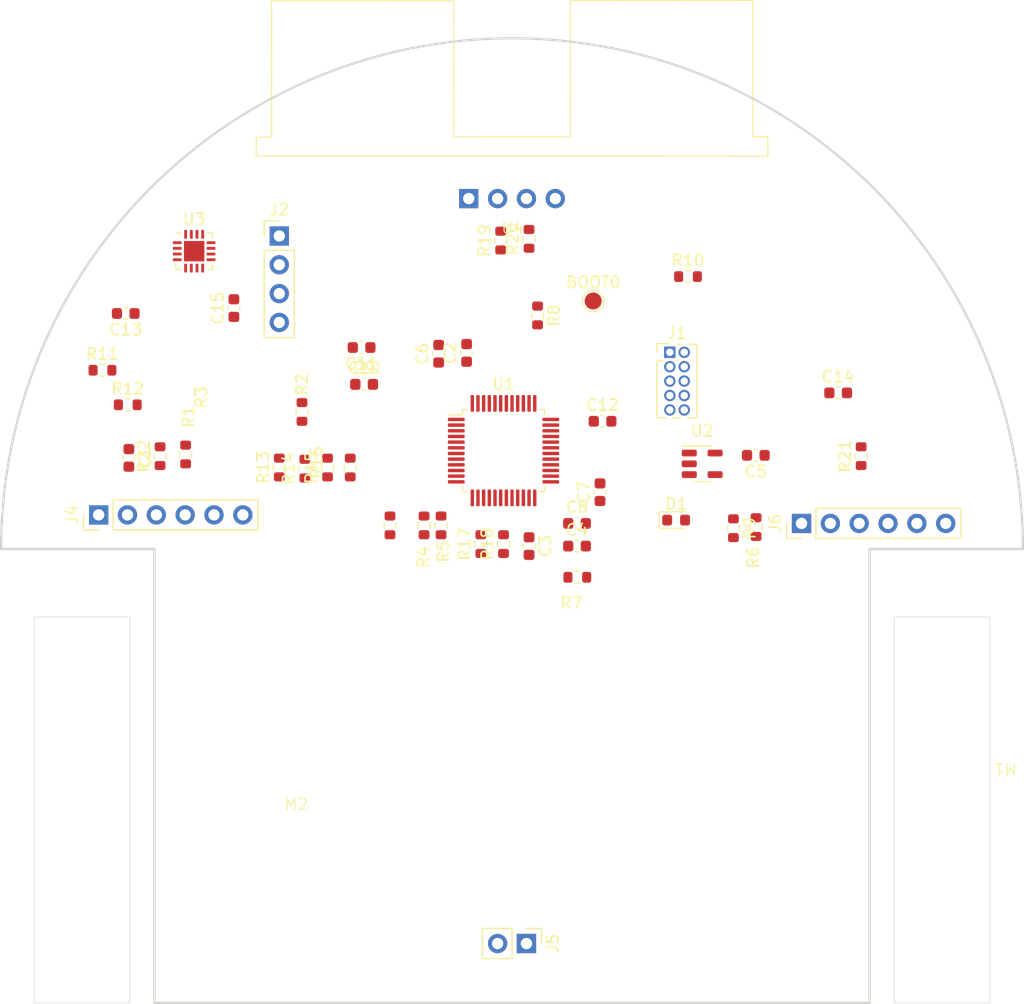
<source format=kicad_pcb>
(kicad_pcb (version 20221018) (generator pcbnew)
  (layers (0 "F.Cu" signal) (31 "B.Cu" signal) (34 "B.Paste" user) (35 "F.Paste" user) (36 "B.SilkS" user "B.Silkscreen") (37 "F.SilkS" user "F.Silkscreen") (38 "B.Mask" user) (39 "F.Mask" user) (44 "Edge.Cuts" user))
  (net 0 "")
  (net 1 "+3.3V")
  (net 2 "GND")
  (net 3 "+BATT")
  (net 4 "/mcu/UART1_TX")
  (net 5 "/mcu/IN_B2")
  (net 6 "/mcu/UART1_RX")
  (net 7 "/mcu/BOOT0")
  (net 8 "Net-(U1-PA2)")
  (net 9 "/mcu/TIM15_CH1")
  (net 10 "Net-(U1-PA3)")
  (net 11 "/mcu/TIM15_CH2")
  (net 12 "Net-(U1-PA4)")
  (net 13 "/mcu/OUT_A4")
  (net 14 "Net-(U1-PA5)")
  (net 15 "/mcu/OUT_A5")
  (net 16 "/mcu/OUT_B0")
  (net 17 "Net-(U1-PB0)")
  (net 18 "/mcu/OUT_B1")
  (net 19 "Net-(U1-PB1)")
  (net 20 "Net-(U1-PB6)")
  (net 21 "/mcu/OUT_B9")
  (net 22 "Net-(U1-PB9)")
  (net 23 "/mcu/TIM3_CH1")
  (net 24 "/mcu/TIM2_CH1")
  (net 25 "/mcu/TIM3_CH2")
  (net 26 "/mcu/TIM2_CH2")
  (net 27 "/mcu/TIM8_CH2")
  (net 34 "/mcu/~{RESET}")
  (net 46 "/mcu/SWDIO")
  (net 49 "/mcu/SWDCLK")
  (net 51 "/mcu/SWO")
  (net 54 "/motorB/MA")
  (net 57 "Net-(U3-SENSEA)")
  (net 58 "/motorB/MB")
  (net 59 "/motorA/MB")
  (net 60 "Net-(U3-SENSEB)")
  (net 61 "/motorA/MA")
  (net 62 "Net-(U3-REF)")
  (net 63 "Net-(U3-TOFF)")
  (net 64 "Net-(C10-Pad2)")
  (net 66 "Net-(J2-Pin_3)")
  (net 67 "Net-(D1-A)")
  (net 68 "Net-(J6-Pin_3)")
  (net 69 "Net-(J4-Pin_3)")
  (net 70 "Net-(J6-Pin_4)")
  (net 71 "Net-(J4-Pin_4)")
  (net 72 "rx")
  (footprint "Package_QFP:LQFP-48_7x7mm_P0.5mm" (layer "F.Cu") (at 149.25 91.3375)
    (fp_text reference "U1" (at 0 -5.85) (layer "F.SilkS"))
    (fp_text value "STM32F030C8Tx")
    (fp_line (start -3.61 -3.61) (end -3.61 -3.16) (stroke (width 0.12)) (layer "F.SilkS"))
    (fp_line (start -3.61 -3.16) (end -4.9 -3.16) (stroke (width 0.12)) (layer "F.SilkS"))
    (fp_line (start -3.61 3.61) (end -3.61 3.16) (stroke (width 0.12)) (layer "F.SilkS"))
    (fp_line (start -3.16 -3.61) (end -3.61 -3.61) (stroke (width 0.12)) (layer "F.SilkS"))
    (fp_line (start -3.16 3.61) (end -3.61 3.61) (stroke (width 0.12)) (layer "F.SilkS"))
    (fp_line (start 3.16 -3.61) (end 3.61 -3.61) (stroke (width 0.12)) (layer "F.SilkS"))
    (fp_line (start 3.16 3.61) (end 3.61 3.61) (stroke (width 0.12)) (layer "F.SilkS"))
    (fp_line (start 3.61 -3.61) (end 3.61 -3.16) (stroke (width 0.12)) (layer "F.SilkS"))
    (fp_line (start 3.61 3.61) (end 3.61 3.16) (stroke (width 0.12)) (layer "F.SilkS"))
    (pad "1" smd roundrect (at -4.1625 -2.75) (size 1.475 0.3) (layers "F.Cu" "F.Paste" "F.Mask") (net 1 "+3.3V"))
    (pad "2" smd roundrect (at -4.1625 -2.25) (size 1.475 0.3) (layers "F.Cu" "F.Paste" "F.Mask"))
    (pad "3" smd roundrect (at -4.1625 -1.75) (size 1.475 0.3) (layers "F.Cu" "F.Paste" "F.Mask"))
    (pad "4" smd roundrect (at -4.1625 -1.25) (size 1.475 0.3) (layers "F.Cu" "F.Paste" "F.Mask"))
    (pad "5" smd roundrect (at -4.1625 -0.75) (size 1.475 0.3) (layers "F.Cu" "F.Paste" "F.Mask"))
    (pad "6" smd roundrect (at -4.1625 -0.25) (size 1.475 0.3) (layers "F.Cu" "F.Paste" "F.Mask"))
    (pad "7" smd roundrect (at -4.1625 0.25) (size 1.475 0.3) (layers "F.Cu" "F.Paste" "F.Mask") (net 34 "/mcu/~{RESET}"))
    (pad "8" smd roundrect (at -4.1625 0.75) (size 1.475 0.3) (layers "F.Cu" "F.Paste" "F.Mask") (net 2 "GND"))
    (pad "9" smd roundrect (at -4.1625 1.25) (size 1.475 0.3) (layers "F.Cu" "F.Paste" "F.Mask") (net 1 "+3.3V"))
    (pad "10" smd roundrect (at -4.1625 1.75) (size 1.475 0.3) (layers "F.Cu" "F.Paste" "F.Mask") (net 24 "/mcu/TIM2_CH1"))
    (pad "11" smd roundrect (at -4.1625 2.25) (size 1.475 0.3) (layers "F.Cu" "F.Paste" "F.Mask") (net 26 "/mcu/TIM2_CH2"))
    (pad "12" smd roundrect (at -4.1625 2.75) (size 1.475 0.3) (layers "F.Cu" "F.Paste" "F.Mask") (net 8 "Net-(U1-PA2)"))
    (pad "13" smd roundrect (at -2.75 4.1625) (size 0.3 1.475) (layers "F.Cu" "F.Paste" "F.Mask") (net 10 "Net-(U1-PA3)"))
    (pad "14" smd roundrect (at -2.25 4.1625) (size 0.3 1.475) (layers "F.Cu" "F.Paste" "F.Mask") (net 12 "Net-(U1-PA4)"))
    (pad "15" smd roundrect (at -1.75 4.1625) (size 0.3 1.475) (layers "F.Cu" "F.Paste" "F.Mask") (net 14 "Net-(U1-PA5)"))
    (pad "16" smd roundrect (at -1.25 4.1625) (size 0.3 1.475) (layers "F.Cu" "F.Paste" "F.Mask") (net 23 "/mcu/TIM3_CH1"))
    (pad "17" smd roundrect (at -0.75 4.1625) (size 0.3 1.475) (layers "F.Cu" "F.Paste" "F.Mask") (net 25 "/mcu/TIM3_CH2"))
    (pad "18" smd roundrect (at -0.25 4.1625) (size 0.3 1.475) (layers "F.Cu" "F.Paste" "F.Mask") (net 17 "Net-(U1-PB0)"))
    (pad "19" smd roundrect (at 0.25 4.1625) (size 0.3 1.475) (layers "F.Cu" "F.Paste" "F.Mask") (net 19 "Net-(U1-PB1)"))
    (pad "20" smd roundrect (at 0.75 4.1625) (size 0.3 1.475) (layers "F.Cu" "F.Paste" "F.Mask") (net 5 "/mcu/IN_B2"))
    (pad "21" smd roundrect (at 1.25 4.1625) (size 0.3 1.475) (layers "F.Cu" "F.Paste" "F.Mask"))
    (pad "22" smd roundrect (at 1.75 4.1625) (size 0.3 1.475) (layers "F.Cu" "F.Paste" "F.Mask"))
    (pad "23" smd roundrect (at 2.25 4.1625) (size 0.3 1.475) (layers "F.Cu" "F.Paste" "F.Mask") (net 2 "GND"))
    (pad "24" smd roundrect (at 2.75 4.1625) (size 0.3 1.475) (layers "F.Cu" "F.Paste" "F.Mask") (net 1 "+3.3V"))
    (pad "25" smd roundrect (at 4.1625 2.75) (size 1.475 0.3) (layers "F.Cu" "F.Paste" "F.Mask"))
    (pad "26" smd roundrect (at 4.1625 2.25) (size 1.475 0.3) (layers "F.Cu" "F.Paste" "F.Mask"))
    (pad "27" smd roundrect (at 4.1625 1.75) (size 1.475 0.3) (layers "F.Cu" "F.Paste" "F.Mask"))
    (pad "28" smd roundrect (at 4.1625 1.25) (size 1.475 0.3) (layers "F.Cu" "F.Paste" "F.Mask"))
    (pad "29" smd roundrect (at 4.1625 0.75) (size 1.475 0.3) (layers "F.Cu" "F.Paste" "F.Mask"))
    (pad "30" smd roundrect (at 4.1625 0.25) (size 1.475 0.3) (layers "F.Cu" "F.Paste" "F.Mask"))
    (pad "31" smd roundrect (at 4.1625 -0.25) (size 1.475 0.3) (layers "F.Cu" "F.Paste" "F.Mask"))
    (pad "32" smd roundrect (at 4.1625 -0.75) (size 1.475 0.3) (layers "F.Cu" "F.Paste" "F.Mask"))
    (pad "33" smd roundrect (at 4.1625 -1.25) (size 1.475 0.3) (layers "F.Cu" "F.Paste" "F.Mask"))
    (pad "34" smd roundrect (at 4.1625 -1.75) (size 1.475 0.3) (layers "F.Cu" "F.Paste" "F.Mask") (net 46 "/mcu/SWDIO"))
    (pad "35" smd roundrect (at 4.1625 -2.25) (size 1.475 0.3) (layers "F.Cu" "F.Paste" "F.Mask"))
    (pad "36" smd roundrect (at 4.1625 -2.75) (size 1.475 0.3) (layers "F.Cu" "F.Paste" "F.Mask"))
    (pad "37" smd roundrect (at 2.75 -4.1625) (size 0.3 1.475) (layers "F.Cu" "F.Paste" "F.Mask") (net 49 "/mcu/SWDCLK"))
    (pad "38" smd roundrect (at 2.25 -4.1625) (size 0.3 1.475) (layers "F.Cu" "F.Paste" "F.Mask"))
    (pad "39" smd roundrect (at 1.75 -4.1625) (size 0.3 1.475) (layers "F.Cu" "F.Paste" "F.Mask") (net 51 "/mcu/SWO"))
    (pad "40" smd roundrect (at 1.25 -4.1625) (size 0.3 1.475) (layers "F.Cu" "F.Paste" "F.Mask"))
    (pad "41" smd roundrect (at 0.75 -4.1625) (size 0.3 1.475) (layers "F.Cu" "F.Paste" "F.Mask"))
    (pad "42" smd roundrect (at 0.25 -4.1625) (size 0.3 1.475) (layers "F.Cu" "F.Paste" "F.Mask") (net 20 "Net-(U1-PB6)"))
    (pad "43" smd roundrect (at -0.25 -4.1625) (size 0.3 1.475) (layers "F.Cu" "F.Paste" "F.Mask") (net 6 "/mcu/UART1_RX"))
    (pad "44" smd roundrect (at -0.75 -4.1625) (size 0.3 1.475) (layers "F.Cu" "F.Paste" "F.Mask") (net 7 "/mcu/BOOT0"))
    (pad "45" smd roundrect (at -1.25 -4.1625) (size 0.3 1.475) (layers "F.Cu" "F.Paste" "F.Mask") (net 27 "/mcu/TIM8_CH2"))
    (pad "46" smd roundrect (at -1.75 -4.1625) (size 0.3 1.475) (layers "F.Cu" "F.Paste" "F.Mask") (net 22 "Net-(U1-PB9)"))
    (pad "47" smd roundrect (at -2.25 -4.1625) (size 0.3 1.475) (layers "F.Cu" "F.Paste" "F.Mask") (net 2 "GND"))
    (pad "48" smd roundrect (at -2.75 -4.1625) (size 0.3 1.475) (layers "F.Cu" "F.Paste" "F.Mask") (net 1 "+3.3V"))
  )
  (footprint "Resistor_SMD:R_0603_1608Metric" (layer "F.Cu") (at 116.155 87.3)
    (fp_text reference "R12" (at 0 -1.43) (layer "F.SilkS"))
    (fp_text value "330m")
    (fp_line (start -0.237258 -0.5225) (end 0.237258 -0.5225) (stroke (width 0.12)) (layer "F.SilkS"))
    (fp_line (start -0.237258 0.5225) (end 0.237258 0.5225) (stroke (width 0.12)) (layer "F.SilkS"))
    (pad "1" smd roundrect (at -0.825 0) (size 0.8 0.95) (layers "F.Cu" "F.Paste" "F.Mask") (net 57 "Net-(U3-SENSEA)"))
    (pad "2" smd roundrect (at 0.825 0) (size 0.8 0.95) (layers "F.Cu" "F.Paste" "F.Mask") (net 2 "GND"))
  )
  (footprint "Resistor_SMD:R_0603_1608Metric" (layer "F.Cu") (at 121.25 91.675 90)
    (fp_text reference "R1" (at 3.325 0.25 90) (layer "F.SilkS"))
    (fp_text value "10k")
    (fp_line (start -0.237258 -0.5225) (end 0.237258 -0.5225) (stroke (width 0.12)) (layer "F.SilkS"))
    (fp_line (start -0.237258 0.5225) (end 0.237258 0.5225) (stroke (width 0.12)) (layer "F.SilkS"))
    (pad "1" smd roundrect (at -0.825 0 90) (size 0.8 0.95) (layers "F.Cu" "F.Paste" "F.Mask") (net 7 "/mcu/BOOT0"))
    (pad "2" smd roundrect (at 0.825 0 90) (size 0.8 0.95) (layers "F.Cu" "F.Paste" "F.Mask") (net 2 "GND"))
  )
  (footprint "Capacitor_SMD:C_0603_1608Metric" (layer "F.Cu") (at 136.975 85.5)
    (fp_text reference "C9" (at 0 -1.43) (layer "F.SilkS"))
    (fp_text value "2.2uF")
    (fp_line (start -0.14058 -0.51) (end 0.14058 -0.51) (stroke (width 0.12)) (layer "F.SilkS"))
    (fp_line (start -0.14058 0.51) (end 0.14058 0.51) (stroke (width 0.12)) (layer "F.SilkS"))
    (pad "1" smd roundrect (at -0.775 0) (size 0.9 0.95) (layers "F.Cu" "F.Paste" "F.Mask") (net 1 "+3.3V"))
    (pad "2" smd roundrect (at 0.775 0) (size 0.9 0.95) (layers "F.Cu" "F.Paste" "F.Mask") (net 2 "GND"))
  )
  (footprint "minimouse:N20_with_encoder" (layer "F.Cu") (at 131 123)
    (fp_text reference "M2" (at 0 -0.5 unlocked) (layer "F.SilkS") (effects (font (thickness 0.1))))
    (fp_text value "N20_encoder")
    (fp_rect (start -23.1 -17) (end -14.67 17) (stroke (width 0.05)) (fill none) (layer "Edge.Cuts"))
    (pad "" np_thru_hole circle locked (at 0 -9) (size 1 1) (drill 2.2) (layers "F&B.Cu" "*.Mask"))
    (pad "" np_thru_hole circle locked (at 0 9) (size 1 1) (drill 2.2) (layers "F&B.Cu" "*.Mask"))
  )
  (footprint "Capacitor_SMD:C_0603_1608Metric" (layer "F.Cu") (at 125.5 78.775 90)
    (fp_text reference "C15" (at 0 -1.43 90) (layer "F.SilkS"))
    (fp_text value "2.2uF")
    (fp_line (start -0.14058 -0.51) (end 0.14058 -0.51) (stroke (width 0.12)) (layer "F.SilkS"))
    (fp_line (start -0.14058 0.51) (end 0.14058 0.51) (stroke (width 0.12)) (layer "F.SilkS"))
    (pad "1" smd roundrect (at -0.775 0 90) (size 0.9 0.95) (layers "F.Cu" "F.Paste" "F.Mask") (net 3 "+BATT"))
    (pad "2" smd roundrect (at 0.775 0 90) (size 0.9 0.95) (layers "F.Cu" "F.Paste" "F.Mask") (net 2 "GND"))
  )
  (footprint "TestPoint:TestPoint_Pad_D1.5mm" (layer "F.Cu") (at 157.15 78.15)
    (fp_text reference "BOOT0" (at 0 -1.648) (layer "F.SilkS"))
    (fp_text value "TestPoint")
    (fp_circle (center 0 0) (end 0 0.95) (stroke (width 0.12)) (fill none) (layer "F.SilkS"))
    (pad "1" smd circle (at 0 0) (size 1.5 1.5) (layers "F.Cu" "F.Mask") (net 7 "/mcu/BOOT0"))
  )
  (footprint "Resistor_SMD:R_0603_1608Metric" (layer "F.Cu") (at 147.25 99.575 90)
    (fp_text reference "R17" (at 0 -1.43 90) (layer "F.SilkS"))
    (fp_text value "10K")
    (fp_line (start -0.237258 -0.5225) (end 0.237258 -0.5225) (stroke (width 0.12)) (layer "F.SilkS"))
    (fp_line (start -0.237258 0.5225) (end 0.237258 0.5225) (stroke (width 0.12)) (layer "F.SilkS"))
    (pad "1" smd roundrect (at -0.825 0 90) (size 0.8 0.95) (layers "F.Cu" "F.Paste" "F.Mask") (net 18 "/mcu/OUT_B1"))
    (pad "2" smd roundrect (at 0.825 0 90) (size 0.8 0.95) (layers "F.Cu" "F.Paste" "F.Mask") (net 5 "/mcu/IN_B2"))
  )
  (footprint "Resistor_SMD:R_0603_1608Metric" (layer "F.Cu") (at 131.75 92.925 90)
    (fp_text reference "R14" (at 0 -1.43 90) (layer "F.SilkS"))
    (fp_text value "10K")
    (fp_line (start -0.237258 -0.5225) (end 0.237258 -0.5225) (stroke (width 0.12)) (layer "F.SilkS"))
    (fp_line (start -0.237258 0.5225) (end 0.237258 0.5225) (stroke (width 0.12)) (layer "F.SilkS"))
    (pad "1" smd roundrect (at -0.825 0 90) (size 0.8 0.95) (layers "F.Cu" "F.Paste" "F.Mask") (net 2 "GND"))
    (pad "2" smd roundrect (at 0.825 0 90) (size 0.8 0.95) (layers "F.Cu" "F.Paste" "F.Mask") (net 62 "Net-(U3-REF)"))
  )
  (footprint "Capacitor_SMD:C_0603_1608Metric" (layer "F.Cu") (at 115.975 79.25 180)
    (fp_text reference "C13" (at 0 -1.43) (layer "F.SilkS"))
    (fp_text value "2.2uF")
    (fp_line (start -0.14058 -0.51) (end 0.14058 -0.51) (stroke (width 0.12)) (layer "F.SilkS"))
    (fp_line (start -0.14058 0.51) (end 0.14058 0.51) (stroke (width 0.12)) (layer "F.SilkS"))
    (pad "1" smd roundrect (at -0.775 0 180) (size 0.9 0.95) (layers "F.Cu" "F.Paste" "F.Mask") (net 3 "+BATT"))
    (pad "2" smd roundrect (at 0.775 0 180) (size 0.9 0.95) (layers "F.Cu" "F.Paste" "F.Mask") (net 2 "GND"))
  )
  (footprint "Connector_PinHeader_2.54mm:PinHeader_1x06_P2.54mm_Vertical" (layer "F.Cu") (at 113.59 97 90)
    (fp_text reference "J4" (at 0 -2.33 90) (layer "F.SilkS"))
    (fp_text value "Conn_01x06")
    (fp_line (start -1.33 -1.33) (end 0 -1.33) (stroke (width 0.12)) (layer "F.SilkS"))
    (fp_line (start -1.33 0) (end -1.33 -1.33) (stroke (width 0.12)) (layer "F.SilkS"))
    (fp_line (start -1.33 1.27) (end -1.33 14.03) (stroke (width 0.12)) (layer "F.SilkS"))
    (fp_line (start -1.33 1.27) (end 1.33 1.27) (stroke (width 0.12)) (layer "F.SilkS"))
    (fp_line (start -1.33 14.03) (end 1.33 14.03) (stroke (width 0.12)) (layer "F.SilkS"))
    (fp_line (start 1.33 1.27) (end 1.33 14.03) (stroke (width 0.12)) (layer "F.SilkS"))
    (pad "1" thru_hole rect (at 0 0 90) (size 1.7 1.7) (drill 1) (layers "*.Cu" "*.Mask") (net 54 "/motorB/MA"))
    (pad "2" thru_hole oval (at 0 2.54 90) (size 1.7 1.7) (drill 1) (layers "*.Cu" "*.Mask") (net 2 "GND"))
    (pad "3" thru_hole oval (at 0 5.08 90) (size 1.7 1.7) (drill 1) (layers "*.Cu" "*.Mask") (net 69 "Net-(J4-Pin_3)"))
    (pad "4" thru_hole oval (at 0 7.62 90) (size 1.7 1.7) (drill 1) (layers "*.Cu" "*.Mask") (net 71 "Net-(J4-Pin_4)"))
    (pad "5" thru_hole oval (at 0 10.16 90) (size 1.7 1.7) (drill 1) (layers "*.Cu" "*.Mask") (net 3 "+BATT"))
    (pad "6" thru_hole oval (at 0 12.7 90) (size 1.7 1.7) (drill 1) (layers "*.Cu" "*.Mask") (net 58 "/motorB/MB"))
  )
  (footprint "Capacitor_SMD:C_0603_1608Metric" (layer "F.Cu") (at 136.975 85.5)
    (fp_text reference "C10" (at 0 -1.43) (layer "F.SilkS"))
    (fp_text value "22nF")
    (fp_line (start -0.14058 -0.51) (end 0.14058 -0.51) (stroke (width 0.12)) (layer "F.SilkS"))
    (fp_line (start -0.14058 0.51) (end 0.14058 0.51) (stroke (width 0.12)) (layer "F.SilkS"))
    (pad "1" smd roundrect (at -0.775 0) (size 0.9 0.95) (layers "F.Cu" "F.Paste" "F.Mask") (net 2 "GND"))
    (pad "2" smd roundrect (at 0.775 0) (size 0.9 0.95) (layers "F.Cu" "F.Paste" "F.Mask") (net 64 "Net-(C10-Pad2)"))
  )
  (footprint "Resistor_SMD:R_0603_1608Metric" (layer "F.Cu") (at 142.25 97.925 -90)
    (fp_text reference "R4" (at 2.8 0.05 90) (layer "F.SilkS"))
    (fp_text value "100")
    (fp_line (start -0.237258 -0.5225) (end 0.237258 -0.5225) (stroke (width 0.12)) (layer "F.SilkS"))
    (fp_line (start -0.237258 0.5225) (end 0.237258 0.5225) (stroke (width 0.12)) (layer "F.SilkS"))
    (pad "1" smd roundrect (at -0.825 0 270) (size 0.8 0.95) (layers "F.Cu" "F.Paste" "F.Mask") (net 12 "Net-(U1-PA4)"))
    (pad "2" smd roundrect (at 0.825 0 270) (size 0.8 0.95) (layers "F.Cu" "F.Paste" "F.Mask") (net 13 "/mcu/OUT_A4"))
  )
  (footprint "Capacitor_SMD:C_0603_1608Metric" (layer "F.Cu") (at 155.725 99.75)
    (fp_text reference "C4" (at 0 -1.43) (layer "F.SilkS"))
    (fp_text value "0.1uF")
    (fp_line (start -0.14058 -0.51) (end 0.14058 -0.51) (stroke (width 0.12)) (layer "F.SilkS"))
    (fp_line (start -0.14058 0.51) (end 0.14058 0.51) (stroke (width 0.12)) (layer "F.SilkS"))
    (pad "1" smd roundrect (at -0.775 0) (size 0.9 0.95) (layers "F.Cu" "F.Paste" "F.Mask") (net 1 "+3.3V"))
    (pad "2" smd roundrect (at 0.775 0) (size 0.9 0.95) (layers "F.Cu" "F.Paste" "F.Mask") (net 2 "GND"))
  )
  (footprint "Resistor_SMD:R_0603_1608Metric" (layer "F.Cu") (at 169.5 98.175 -90)
    (fp_text reference "R9" (at 0 -1.43 90) (layer "F.SilkS"))
    (fp_text value "100")
    (fp_line (start -0.237258 -0.5225) (end 0.237258 -0.5225) (stroke (width 0.12)) (layer "F.SilkS"))
    (fp_line (start -0.237258 0.5225) (end 0.237258 0.5225) (stroke (width 0.12)) (layer "F.SilkS"))
    (pad "1" smd roundrect (at -0.825 0 270) (size 0.8 0.95) (layers "F.Cu" "F.Paste" "F.Mask") (net 21 "/mcu/OUT_B9"))
    (pad "2" smd roundrect (at 0.825 0 270) (size 0.8 0.95) (layers "F.Cu" "F.Paste" "F.Mask") (net 22 "Net-(U1-PB9)"))
  )
  (footprint "minimouse:HC-SR04" (layer "F.Cu") (at 150 69.125)
    (fp_text reference "U4" (at 0.06 2.57 unlocked) (layer "F.SilkS") (effects (font (thickness 0.1))))
    (fp_text value "HC-SR04")
    (fp_line (start -22.54 -5.41) (end -22.54 -3.75) (stroke (width 0.1)) (layer "F.SilkS"))
    (fp_line (start -22.54 -3.75) (end 22.54 -3.73) (stroke (width 0.1)) (layer "F.SilkS"))
    (fp_line (start -21.18 -17.41) (end -21.17 -5.41) (stroke (width 0.1)) (layer "F.SilkS"))
    (fp_line (start -21.17 -5.41) (end -22.54 -5.41) (stroke (width 0.1)) (layer "F.SilkS"))
    (fp_line (start -5.13 -17.42) (end -21.18 -17.41) (stroke (width 0.1)) (layer "F.SilkS"))
    (fp_line (start -5.12 -5.42) (end -5.13 -17.42) (stroke (width 0.1)) (layer "F.SilkS"))
    (fp_line (start 5.12 -17.44) (end 5.14 -5.43) (stroke (width 0.1)) (layer "F.SilkS"))
    (fp_line (start 5.14 -5.43) (end -5.12 -5.42) (stroke (width 0.1)) (layer "F.SilkS"))
    (fp_line (start 21.21 -17.45) (end 5.12 -17.44) (stroke (width 0.1)) (layer "F.SilkS"))
    (fp_line (start 21.21 -5.45) (end 21.21 -17.45) (stroke (width 0.1)) (layer "F.SilkS"))
    (fp_line (start 22.53 -5.45) (end 21.21 -5.45) (stroke (width 0.1)) (layer "F.SilkS"))
    (fp_line (start 22.54 -3.73) (end 22.53 -5.45) (stroke (width 0.1)) (layer "F.SilkS"))
    (pad "1" thru_hole rect locked (at -3.81 0 90) (size 1.7 1.7) (drill 1) (layers "*.Cu" "*.Mask") (net 2 "GND"))
    (pad "2" thru_hole oval locked (at -1.27 0 90) (size 1.7 1.7) (drill 1) (layers "*.Cu" "*.Mask") (net 21 "/mcu/OUT_B9"))
    (pad "3" thru_hole oval locked (at 1.27 0 90) (size 1.7 1.7) (drill 1) (layers "*.Cu" "*.Mask") (net 27 "/mcu/TIM8_CH2"))
    (pad "4" thru_hole oval locked (at 3.81 0 90) (size 1.7 1.7) (drill 1) (layers "*.Cu" "*.Mask") (net 3 "+BATT"))
  )
  (footprint "Capacitor_SMD:C_0603_1608Metric" (layer "F.Cu") (at 171.475 91.75 180)
    (fp_text reference "C5" (at 0 -1.43) (layer "F.SilkS"))
    (fp_text value "0.1uF")
    (fp_line (start -0.14058 -0.51) (end 0.14058 -0.51) (stroke (width 0.12)) (layer "F.SilkS"))
    (fp_line (start -0.14058 0.51) (end 0.14058 0.51) (stroke (width 0.12)) (layer "F.SilkS"))
    (pad "1" smd roundrect (at -0.775 0 180) (size 0.9 0.95) (layers "F.Cu" "F.Paste" "F.Mask") (net 1 "+3.3V"))
    (pad "2" smd roundrect (at 0.775 0 180) (size 0.9 0.95) (layers "F.Cu" "F.Paste" "F.Mask") (net 2 "GND"))
  )
  (footprint "minimouse:N20_with_encoder" (layer "F.Cu") (at 169 123 180)
    (fp_text reference "M1" (at -24.45 3.6 180 unlocked) (layer "F.SilkS") (effects (font (thickness 0.1))))
    (fp_text value "N20_encoder")
    (fp_rect (start -23.1 -17) (end -14.67 17) (stroke (width 0.05)) (fill none) (layer "Edge.Cuts"))
    (pad "" np_thru_hole circle locked (at 0 -9 180) (size 1 1) (drill 2.2) (layers "F&B.Cu" "*.Mask"))
    (pad "" np_thru_hole circle locked (at 0 9 180) (size 1 1) (drill 2.2) (layers "F&B.Cu" "*.Mask"))
  )
  (footprint "Package_DFN_QFN:VQFN-16-1EP_3x3mm_P0.5mm_EP1.8x1.8mm" (layer "F.Cu") (at 122 73.7625)
    (fp_text reference "U3" (at 0 -2.82) (layer "F.SilkS"))
    (fp_text value "STSPIN240")
    (fp_line (start -1.61 1.61) (end -1.61 1.135) (stroke (width 0.12)) (layer "F.SilkS"))
    (fp_line (start -1.135 -1.61) (end -1.61 -1.61) (stroke (width 0.12)) (layer "F.SilkS"))
    (fp_line (start -1.135 1.61) (end -1.61 1.61) (stroke (width 0.12)) (layer "F.SilkS"))
    (fp_line (start 1.135 -1.61) (end 1.61 -1.61) (stroke (width 0.12)) (layer "F.SilkS"))
    (fp_line (start 1.135 1.61) (end 1.61 1.61) (stroke (width 0.12)) (layer "F.SilkS"))
    (fp_line (start 1.61 -1.61) (end 1.61 -1.135) (stroke (width 0.12)) (layer "F.SilkS"))
    (fp_line (start 1.61 1.61) (end 1.61 1.135) (stroke (width 0.12)) (layer "F.SilkS"))
    (pad "1" smd roundrect (at -1.4875 -0.75) (size 0.775 0.25) (layers "F.Cu" "F.Paste" "F.Mask") (net 13 "/mcu/OUT_A4"))
    (pad "2" smd roundrect (at -1.4875 -0.25) (size 0.775 0.25) (layers "F.Cu" "F.Paste" "F.Mask") (net 9 "/mcu/TIM15_CH1"))
    (pad "3" smd roundrect (at -1.4875 0.25) (size 0.775 0.25) (layers "F.Cu" "F.Paste" "F.Mask") (net 54 "/motorB/MA"))
    (pad "4" smd roundrect (at -1.4875 0.75) (size 0.775 0.25) (layers "F.Cu" "F.Paste" "F.Mask") (net 57 "Net-(U3-SENSEA)"))
    (pad "5" smd roundrect (at -0.75 1.4875) (size 0.25 0.775) (layers "F.Cu" "F.Paste" "F.Mask") (net 58 "/motorB/MB"))
    (pad "6" smd roundrect (at -0.25 1.4875) (size 0.25 0.775) (layers "F.Cu" "F.Paste" "F.Mask") (net 3 "+BATT"))
    (pad "7" smd roundrect (at 0.25 1.4875) (size 0.25 0.775) (layers "F.Cu" "F.Paste" "F.Mask") (net 2 "GND"))
    (pad "8" smd roundrect (at 0.75 1.4875) (size 0.25 0.775) (layers "F.Cu" "F.Paste" "F.Mask") (net 59 "/motorA/MB"))
    (pad "9" smd roundrect (at 1.4875 0.75) (size 0.775 0.25) (layers "F.Cu" "F.Paste" "F.Mask") (net 60 "Net-(U3-SENSEB)"))
    (pad "10" smd roundrect (at 1.4875 0.25) (size 0.775 0.25) (layers "F.Cu" "F.Paste" "F.Mask") (net 61 "/motorA/MA"))
    (pad "11" smd roundrect (at 1.4875 -0.25) (size 0.775 0.25) (layers "F.Cu" "F.Paste" "F.Mask") (net 62 "Net-(U3-REF)"))
    (pad "12" smd roundrect (at 1.4875 -0.75) (size 0.775 0.25) (layers "F.Cu" "F.Paste" "F.Mask") (net 63 "Net-(U3-TOFF)"))
    (pad "13" smd roundrect (at 0.75 -1.4875) (size 0.25 0.775) (layers "F.Cu" "F.Paste" "F.Mask") (net 5 "/mcu/IN_B2"))
    (pad "14" smd roundrect (at 0.25 -1.4875) (size 0.25 0.775) (layers "F.Cu" "F.Paste" "F.Mask") (net 16 "/mcu/OUT_B0"))
    (pad "15" smd roundrect (at -0.25 -1.4875) (size 0.25 0.775) (layers "F.Cu" "F.Paste" "F.Mask") (net 15 "/mcu/OUT_A5"))
    (pad "16" smd roundrect (at -0.75 -1.4875) (size 0.25 0.775) (layers "F.Cu" "F.Paste" "F.Mask") (net 11 "/mcu/TIM15_CH2"))
    (pad "17" smd rect (at 0 0) (size 1.8 1.8) (layers "F.Cu" "F.Mask") (net 2 "GND"))
  )
  (footprint "Connector_PinHeader_2.54mm:PinHeader_1x02_P2.54mm_Vertical" (layer "F.Cu") (at 151.27 134.775 -90)
    (fp_text reference "J5" (at 0 -2.33 90) (layer "F.SilkS"))
    (fp_text value "Conn_01x02")
    (fp_line (start -1.33 -1.33) (end 0 -1.33) (stroke (width 0.12)) (layer "F.SilkS"))
    (fp_line (start -1.33 0) (end -1.33 -1.33) (stroke (width 0.12)) (layer "F.SilkS"))
    (fp_line (start -1.33 1.27) (end -1.33 3.87) (stroke (width 0.12)) (layer "F.SilkS"))
    (fp_line (start -1.33 1.27) (end 1.33 1.27) (stroke (width 0.12)) (layer "F.SilkS"))
    (fp_line (start -1.33 3.87) (end 1.33 3.87) (stroke (width 0.12)) (layer "F.SilkS"))
    (fp_line (start 1.33 1.27) (end 1.33 3.87) (stroke (width 0.12)) (layer "F.SilkS"))
    (pad "1" thru_hole rect locked (at 0 0 270) (size 1.7 1.7) (drill 1) (layers "*.Cu" "*.Mask") (net 2 "GND"))
    (pad "2" thru_hole oval locked (at 0 2.54 270) (size 1.7 1.7) (drill 1) (layers "*.Cu" "*.Mask") (net 3 "+BATT"))
  )
  (footprint "Resistor_SMD:R_0603_1608Metric" (layer "F.Cu") (at 119 91.825 90)
    (fp_text reference "R22" (at 0 -1.43 90) (layer "F.SilkS"))
    (fp_text value "100")
    (fp_line (start -0.237258 -0.5225) (end 0.237258 -0.5225) (stroke (width 0.12)) (layer "F.SilkS"))
    (fp_line (start -0.237258 0.5225) (end 0.237258 0.5225) (stroke (width 0.12)) (layer "F.SilkS"))
    (pad "1" smd roundrect (at -0.825 0 90) (size 0.8 0.95) (layers "F.Cu" "F.Paste" "F.Mask") (net 26 "/mcu/TIM2_CH2"))
    (pad "2" smd roundrect (at 0.825 0 90) (size 0.8 0.95) (layers "F.Cu" "F.Paste" "F.Mask") (net 71 "Net-(J4-Pin_4)"))
  )
  (footprint "Resistor_SMD:R_0603_1608Metric" (layer "F.Cu") (at 149 72.825 90)
    (fp_text reference "R19" (at 0 -1.43 90) (layer "F.SilkS"))
    (fp_text value "100")
    (fp_line (start -0.237258 -0.5225) (end 0.237258 -0.5225) (stroke (width 0.12)) (layer "F.SilkS"))
    (fp_line (start -0.237258 0.5225) (end 0.237258 0.5225) (stroke (width 0.12)) (layer "F.SilkS"))
    (pad "1" smd roundrect (at -0.825 0 90) (size 0.8 0.95) (layers "F.Cu" "F.Paste" "F.Mask") (net 23 "/mcu/TIM3_CH1"))
    (pad "2" smd roundrect (at 0.825 0 90) (size 0.8 0.95) (layers "F.Cu" "F.Paste" "F.Mask") (net 68 "Net-(J6-Pin_3)"))
  )
  (footprint "Capacitor_SMD:C_0603_1608Metric" (layer "F.Cu") (at 151.5 99.75 -90)
    (fp_text reference "C3" (at 0 -1.43 -270) (layer "F.SilkS"))
    (fp_text value "0.1uF")
    (fp_line (start -0.14058 -0.51) (end 0.14058 -0.51) (stroke (width 0.12)) (layer "F.SilkS"))
    (fp_line (start -0.14058 0.51) (end 0.14058 0.51) (stroke (width 0.12)) (layer "F.SilkS"))
    (pad "1" smd roundrect (at -0.775 0 270) (size 0.9 0.95) (layers "F.Cu" "F.Paste" "F.Mask") (net 1 "+3.3V"))
    (pad "2" smd roundrect (at 0.775 0 270) (size 0.9 0.95) (layers "F.Cu" "F.Paste" "F.Mask") (net 2 "GND"))
  )
  (footprint "Resistor_SMD:R_0603_1608Metric" (layer "F.Cu") (at 129.5 92.825 90)
    (fp_text reference "R13" (at 0 -1.43 90) (layer "F.SilkS"))
    (fp_text value "10K")
    (fp_line (start -0.237258 -0.5225) (end 0.237258 -0.5225) (stroke (width 0.12)) (layer "F.SilkS"))
    (fp_line (start -0.237258 0.5225) (end 0.237258 0.5225) (stroke (width 0.12)) (layer "F.SilkS"))
    (pad "1" smd roundrect (at -0.825 0 90) (size 0.8 0.95) (layers "F.Cu" "F.Paste" "F.Mask") (net 62 "Net-(U3-REF)"))
    (pad "2" smd roundrect (at 0.825 0 90) (size 0.8 0.95) (layers "F.Cu" "F.Paste" "F.Mask") (net 3 "+BATT"))
  )
  (footprint "Package_TO_SOT_SMD:SOT-23-5" (layer "F.Cu") (at 166.75 92.5)
    (fp_text reference "U2" (at 0 -2.92) (layer "F.SilkS"))
    (fp_text value "LP5907MFX-1.2")
    (fp_line (start 0 -1.56) (end -1.8 -1.56) (stroke (width 0.12)) (layer "F.SilkS"))
    (fp_line (start 0 -1.56) (end 0.8 -1.56) (stroke (width 0.12)) (layer "F.SilkS"))
    (fp_line (start 0 1.56) (end -0.8 1.56) (stroke (width 0.12)) (layer "F.SilkS"))
    (fp_line (start 0 1.56) (end 0.8 1.56) (stroke (width 0.12)) (layer "F.SilkS"))
    (pad "1" smd roundrect (at -1.1375 -0.95) (size 1.325 0.6) (layers "F.Cu" "F.Paste" "F.Mask") (net 3 "+BATT"))
    (pad "2" smd roundrect (at -1.1375 0) (size 1.325 0.6) (layers "F.Cu" "F.Paste" "F.Mask") (net 2 "GND"))
    (pad "3" smd roundrect (at -1.1375 0.95) (size 1.325 0.6) (layers "F.Cu" "F.Paste" "F.Mask") (net 3 "+BATT"))
    (pad "4" smd roundrect (at 1.1375 0.95) (size 1.325 0.6) (layers "F.Cu" "F.Paste" "F.Mask"))
    (pad "5" smd roundrect (at 1.1375 -0.95) (size 1.325 0.6) (layers "F.Cu" "F.Paste" "F.Mask") (net 1 "+3.3V"))
  )
  (footprint "Resistor_SMD:R_0603_1608Metric" (layer "F.Cu") (at 152.25 79.425 -90)
    (fp_text reference "R8" (at 0 -1.43 90) (layer "F.SilkS"))
    (fp_text value "100")
    (fp_line (start -0.237258 -0.5225) (end 0.237258 -0.5225) (stroke (width 0.12)) (layer "F.SilkS"))
    (fp_line (start -0.237258 0.5225) (end 0.237258 0.5225) (stroke (width 0.12)) (layer "F.SilkS"))
    (pad "1" smd roundrect (at -0.825 0 270) (size 0.8 0.95) (layers "F.Cu" "F.Paste" "F.Mask") (net 4 "/mcu/UART1_TX"))
    (pad "2" smd roundrect (at 0.825 0 270) (size 0.8 0.95) (layers "F.Cu" "F.Paste" "F.Mask") (net 20 "Net-(U1-PB6)"))
  )
  (footprint "Capacitor_SMD:C_0603_1608Metric" (layer "F.Cu") (at 178.725 86.25)
    (fp_text reference "C14" (at 0 -1.43) (layer "F.SilkS"))
    (fp_text value "2.2uF")
    (fp_line (start -0.14058 -0.51) (end 0.14058 -0.51) (stroke (width 0.12)) (layer "F.SilkS"))
    (fp_line (start -0.14058 0.51) (end 0.14058 0.51) (stroke (width 0.12)) (layer "F.SilkS"))
    (pad "1" smd roundrect (at -0.775 0) (size 0.9 0.95) (layers "F.Cu" "F.Paste" "F.Mask") (net 3 "+BATT"))
    (pad "2" smd roundrect (at 0.775 0) (size 0.9 0.95) (layers "F.Cu" "F.Paste" "F.Mask") (net 2 "GND"))
  )
  (footprint "Resistor_SMD:R_0603_1608Metric" (layer "F.Cu") (at 155.75 102.5 180)
    (fp_text reference "R7" (at 0.5 -2.25) (layer "F.SilkS"))
    (fp_text value "100")
    (fp_line (start -0.237258 -0.5225) (end 0.237258 -0.5225) (stroke (width 0.12)) (layer "F.SilkS"))
    (fp_line (start -0.237258 0.5225) (end 0.237258 0.5225) (stroke (width 0.12)) (layer "F.SilkS"))
    (pad "1" smd roundrect (at -0.825 0 180) (size 0.8 0.95) (layers "F.Cu" "F.Paste" "F.Mask") (net 18 "/mcu/OUT_B1"))
    (pad "2" smd roundrect (at 0.825 0 180) (size 0.8 0.95) (layers "F.Cu" "F.Paste" "F.Mask") (net 19 "Net-(U1-PB1)"))
  )
  (footprint "Resistor_SMD:R_0603_1608Metric" (layer "F.Cu") (at 131.5 87.925 -90)
    (fp_text reference "R2" (at -2.425 0 -270) (layer "F.SilkS"))
    (fp_text value "100")
    (fp_line (start -0.237258 -0.5225) (end 0.237258 -0.5225) (stroke (width 0.12)) (layer "F.SilkS"))
    (fp_line (start -0.237258 0.5225) (end 0.237258 0.5225) (stroke (width 0.12)) (layer "F.SilkS"))
    (pad "1" smd roundrect (at -0.825 0 270) (size 0.8 0.95) (layers "F.Cu" "F.Paste" "F.Mask") (net 8 "Net-(U1-PA2)"))
    (pad "2" smd roundrect (at 0.825 0 270) (size 0.8 0.95) (layers "F.Cu" "F.Paste" "F.Mask") (net 9 "/mcu/TIM15_CH1"))
  )
  (footprint "Resistor_SMD:R_0603_1608Metric" (layer "F.Cu") (at 135.75 92.825 90)
    (fp_text reference "R16" (at 0.44 -2.96 90) (layer "F.SilkS"))
    (fp_text value "47K")
    (fp_line (start -0.237258 -0.5225) (end 0.237258 -0.5225) (stroke (width 0.12)) (layer "F.SilkS"))
    (fp_line (start -0.237258 0.5225) (end 0.237258 0.5225) (stroke (width 0.12)) (layer "F.SilkS"))
    (pad "1" smd roundrect (at -0.825 0 90) (size 0.8 0.95) (layers "F.Cu" "F.Paste" "F.Mask") (net 63 "Net-(U3-TOFF)"))
    (pad "2" smd roundrect (at 0.825 0 90) (size 0.8 0.95) (layers "F.Cu" "F.Paste" "F.Mask") (net 2 "GND"))
  )
  (footprint "Resistor_SMD:R_0603_1608Metric" (layer "F.Cu") (at 113.925 84.25)
    (fp_text reference "R11" (at 0 -1.43) (layer "F.SilkS"))
    (fp_text value "330m")
    (fp_line (start -0.237258 -0.5225) (end 0.237258 -0.5225) (stroke (width 0.12)) (layer "F.SilkS"))
    (fp_line (start -0.237258 0.5225) (end 0.237258 0.5225) (stroke (width 0.12)) (layer "F.SilkS"))
    (pad "1" smd roundrect (at -0.825 0) (size 0.8 0.95) (layers "F.Cu" "F.Paste" "F.Mask") (net 60 "Net-(U3-SENSEB)"))
    (pad "2" smd roundrect (at 0.825 0) (size 0.8 0.95) (layers "F.Cu" "F.Paste" "F.Mask") (net 2 "GND"))
  )
  (footprint "Capacitor_SMD:C_0603_1608Metric" (layer "F.Cu") (at 157.75 95 90)
    (fp_text reference "C7" (at 0 -1.43 90) (layer "F.SilkS"))
    (fp_text value "2.2uF")
    (fp_line (start -0.14058 -0.51) (end 0.14058 -0.51) (stroke (width 0.12)) (layer "F.SilkS"))
    (fp_line (start -0.14058 0.51) (end 0.14058 0.51) (stroke (width 0.12)) (layer "F.SilkS"))
    (pad "1" smd roundrect (at -0.775 0 90) (size 0.9 0.95) (layers "F.Cu" "F.Paste" "F.Mask") (net 3 "+BATT"))
    (pad "2" smd roundrect (at 0.775 0 90) (size 0.9 0.95) (layers "F.Cu" "F.Paste" "F.Mask") (net 2 "GND"))
  )
  (footprint "Resistor_SMD:R_0603_1608Metric" (layer "F.Cu") (at 133.75 92.825 90)
    (fp_text reference "R15" (at 0 -1.43 90) (layer "F.SilkS"))
    (fp_text value "1K")
    (fp_line (start -0.237258 -0.5225) (end 0.237258 -0.5225) (stroke (width 0.12)) (layer "F.SilkS"))
    (fp_line (start -0.237258 0.5225) (end 0.237258 0.5225) (stroke (width 0.12)) (layer "F.SilkS"))
    (pad "1" smd roundrect (at -0.825 0 90) (size 0.8 0.95) (layers "F.Cu" "F.Paste" "F.Mask") (net 63 "Net-(U3-TOFF)"))
    (pad "2" smd roundrect (at 0.825 0 90) (size 0.8 0.95) (layers "F.Cu" "F.Paste" "F.Mask") (net 64 "Net-(C10-Pad2)"))
  )
  (footprint "Resistor_SMD:R_0603_1608Metric" (layer "F.Cu") (at 139.25 97.925 -90)
    (fp_text reference "R3" (at -11.3 16.625 90) (layer "F.SilkS"))
    (fp_text value "100")
    (fp_line (start -0.237258 -0.5225) (end 0.237258 -0.5225) (stroke (width 0.12)) (layer "F.SilkS"))
    (fp_line (start -0.237258 0.5225) (end 0.237258 0.5225) (stroke (width 0.12)) (layer "F.SilkS"))
    (pad "1" smd roundrect (at -0.825 0 270) (size 0.8 0.95) (layers "F.Cu" "F.Paste" "F.Mask") (net 10 "Net-(U1-PA3)"))
    (pad "2" smd roundrect (at 0.825 0 270) (size 0.8 0.95) (layers "F.Cu" "F.Paste" "F.Mask") (net 11 "/mcu/TIM15_CH2"))
  )
  (footprint "Capacitor_SMD:C_0603_1608Metric" (layer "F.Cu") (at 146 82.725 90)
    (fp_text reference "C2" (at 0 -1.43 90) (layer "F.SilkS"))
    (fp_text value "0.1uF")
    (fp_line (start -0.14058 -0.51) (end 0.14058 -0.51) (stroke (width 0.12)) (layer "F.SilkS"))
    (fp_line (start -0.14058 0.51) (end 0.14058 0.51) (stroke (width 0.12)) (layer "F.SilkS"))
    (pad "1" smd roundrect (at -0.775 0 90) (size 0.9 0.95) (layers "F.Cu" "F.Paste" "F.Mask") (net 1 "+3.3V"))
    (pad "2" smd roundrect (at 0.775 0 90) (size 0.9 0.95) (layers "F.Cu" "F.Paste" "F.Mask") (net 2 "GND"))
  )
  (footprint "Capacitor_SMD:C_0603_1608Metric" (layer "F.Cu") (at 116.25 91.975 -90)
    (fp_text reference "C1" (at 0 -1.43 -270) (layer "F.SilkS"))
    (fp_text value "2.2uF")
    (fp_line (start -0.14058 -0.51) (end 0.14058 -0.51) (stroke (width 0.12)) (layer "F.SilkS"))
    (fp_line (start -0.14058 0.51) (end 0.14058 0.51) (stroke (width 0.12)) (layer "F.SilkS"))
    (pad "1" smd roundrect (at -0.775 0 270) (size 0.9 0.95) (layers "F.Cu" "F.Paste" "F.Mask") (net 1 "+3.3V"))
    (pad "2" smd roundrect (at 0.775 0 270) (size 0.9 0.95) (layers "F.Cu" "F.Paste" "F.Mask") (net 2 "GND"))
  )
  (footprint "Resistor_SMD:R_0603_1608Metric" (layer "F.Cu") (at 143.75 97.925 -90)
    (fp_text reference "R5" (at 2.3 -0.2 90) (layer "F.SilkS"))
    (fp_text value "100")
    (fp_line (start -0.237258 -0.5225) (end 0.237258 -0.5225) (stroke (width 0.12)) (layer "F.SilkS"))
    (fp_line (start -0.237258 0.5225) (end 0.237258 0.5225) (stroke (width 0.12)) (layer "F.SilkS"))
    (pad "1" smd roundrect (at -0.825 0 270) (size 0.8 0.95) (layers "F.Cu" "F.Paste" "F.Mask") (net 14 "Net-(U1-PA5)"))
    (pad "2" smd roundrect (at 0.825 0 270) (size 0.8 0.95) (layers "F.Cu" "F.Paste" "F.Mask") (net 15 "/mcu/OUT_A5"))
  )
  (footprint "Resistor_SMD:R_0603_1608Metric" (layer "F.Cu") (at 149.25 99.575 90)
    (fp_text reference "R18" (at 0 -1.43 90) (layer "F.SilkS"))
    (fp_text value "330")
    (fp_line (start -0.237258 -0.5225) (end 0.237258 -0.5225) (stroke (width 0.12)) (layer "F.SilkS"))
    (fp_line (start -0.237258 0.5225) (end 0.237258 0.5225) (stroke (width 0.12)) (layer "F.SilkS"))
    (pad "1" smd roundrect (at -0.825 0 90) (size 0.8 0.95) (layers "F.Cu" "F.Paste" "F.Mask") (net 1 "+3.3V"))
    (pad "2" smd roundrect (at 0.825 0 90) (size 0.8 0.95) (layers "F.Cu" "F.Paste" "F.Mask") (net 67 "Net-(D1-A)"))
  )
  (footprint "Connector_PinHeader_1.27mm:PinHeader_2x05_P1.27mm_Vertical" (layer "F.Cu") (at 163.9 82.67)
    (fp_text reference "J1" (at 0.635 -1.695) (layer "F.SilkS"))
    (fp_text value "Conn_ARM_JTAG_SWD_10")
    (fp_line (start -1.13 -0.76) (end 0 -0.76) (stroke (width 0.12)) (layer "F.SilkS"))
    (fp_line (start -1.13 0) (end -1.13 -0.76) (stroke (width 0.12)) (layer "F.SilkS"))
    (fp_line (start -1.13 0.76) (end -1.13 5.775) (stroke (width 0.12)) (layer "F.SilkS"))
    (fp_line (start -1.13 0.76) (end -0.563471 0.76) (stroke (width 0.12)) (layer "F.SilkS"))
    (fp_line (start -1.13 5.775) (end -0.30753 5.775) (stroke (width 0.12)) (layer "F.SilkS"))
    (fp_line (start 0.30753 5.775) (end 0.96247 5.775) (stroke (width 0.12)) (layer "F.SilkS"))
    (fp_line (start 0.563471 0.76) (end 0.706529 0.76) (stroke (width 0.12)) (layer "F.SilkS"))
    (fp_line (start 0.76 -0.695) (end 0.96247 -0.695) (stroke (width 0.12)) (layer "F.SilkS"))
    (fp_line (start 0.76 -0.563471) (end 0.76 -0.695) (stroke (width 0.12)) (layer "F.SilkS"))
    (fp_line (start 0.76 0.706529) (end 0.76 0.563471) (stroke (width 0.12)) (layer "F.SilkS"))
    (fp_line (start 1.57753 -0.695) (end 2.4 -0.695) (stroke (width 0.12)) (layer "F.SilkS"))
    (fp_line (start 1.57753 5.775) (end 2.4 5.775) (stroke (width 0.12)) (layer "F.SilkS"))
    (fp_line (start 2.4 -0.695) (end 2.4 5.775) (stroke (width 0.12)) (layer "F.SilkS"))
    (pad "1" thru_hole rect (at 0 0) (size 1 1) (drill 0.65) (layers "*.Cu" "*.Mask") (net 1 "+3.3V"))
    (pad "2" thru_hole oval (at 1.27 0) (size 1 1) (drill 0.65) (layers "*.Cu" "*.Mask") (net 46 "/mcu/SWDIO"))
    (pad "3" thru_hole oval (at 0 1.27) (size 1 1) (drill 0.65) (layers "*.Cu" "*.Mask") (net 2 "GND"))
    (pad "4" thru_hole oval (at 1.27 1.27) (size 1 1) (drill 0.65) (layers "*.Cu" "*.Mask") (net 49 "/mcu/SWDCLK"))
    (pad "5" thru_hole oval (at 0 2.54) (size 1 1) (drill 0.65) (layers "*.Cu" "*.Mask") (net 2 "GND"))
    (pad "6" thru_hole oval (at 1.27 2.54) (size 1 1) (drill 0.65) (layers "*.Cu" "*.Mask") (net 51 "/mcu/SWO"))
    (pad "7" thru_hole oval (at 0 3.81) (size 1 1) (drill 0.65) (layers "*.Cu" "*.Mask"))
    (pad "8" thru_hole oval (at 1.27 3.81) (size 1 1) (drill 0.65) (layers "*.Cu" "*.Mask"))
    (pad "9" thru_hole oval (at 0 5.08) (size 1 1) (drill 0.65) (layers "*.Cu" "*.Mask") (net 2 "GND"))
    (pad "10" thru_hole oval (at 1.27 5.08) (size 1 1) (drill 0.65) (layers "*.Cu" "*.Mask") (net 34 "/mcu/~{RESET}"))
  )
  (footprint "Resistor_SMD:R_0603_1608Metric" (layer "F.Cu") (at 180.75 91.825 90)
    (fp_text reference "R21" (at 0 -1.43 90) (layer "F.SilkS"))
    (fp_text value "100")
    (fp_line (start -0.237258 -0.5225) (end 0.237258 -0.5225) (stroke (width 0.12)) (layer "F.SilkS"))
    (fp_line (start -0.237258 0.5225) (end 0.237258 0.5225) (stroke (width 0.12)) (layer "F.SilkS"))
    (pad "1" smd roundrect (at -0.825 0 90) (size 0.8 0.95) (layers "F.Cu" "F.Paste" "F.Mask") (net 25 "/mcu/TIM3_CH2"))
    (pad "2" smd roundrect (at 0.825 0 90) (size 0.8 0.95) (layers "F.Cu" "F.Paste" "F.Mask") (net 70 "Net-(J6-Pin_4)"))
  )
  (footprint "Connector_PinHeader_2.54mm:PinHeader_1x04_P2.54mm_Vertical" (layer "F.Cu") (at 129.5 72.42)
    (fp_text reference "J2" (at 0 -2.33) (layer "F.SilkS"))
    (fp_text value "Conn_01x04")
    (fp_line (start -1.33 -1.33) (end 0 -1.33) (stroke (width 0.12)) (layer "F.SilkS"))
    (fp_line (start -1.33 0) (end -1.33 -1.33) (stroke (width 0.12)) (layer "F.SilkS"))
    (fp_line (start -1.33 1.27) (end -1.33 8.95) (stroke (width 0.12)) (layer "F.SilkS"))
    (fp_line (start -1.33 1.27) (end 1.33 1.27) (stroke (width 0.12)) (layer "F.SilkS"))
    (fp_line (start -1.33 8.95) (end 1.33 8.95) (stroke (width 0.12)) (layer "F.SilkS"))
    (fp_line (start 1.33 1.27) (end 1.33 8.95) (stroke (width 0.12)) (layer "F.SilkS"))
    (pad "1" thru_hole rect (at 0 0) (size 1.7 1.7) (drill 1) (layers "*.Cu" "*.Mask") (net 2 "GND"))
    (pad "2" thru_hole oval (at 0 2.54) (size 1.7 1.7) (drill 1) (layers "*.Cu" "*.Mask") (net 3 "+BATT"))
    (pad "3" thru_hole oval (at 0 5.08) (size 1.7 1.7) (drill 1) (layers "*.Cu" "*.Mask") (net 66 "Net-(J2-Pin_3)"))
    (pad "4" thru_hole oval (at 0 7.62) (size 1.7 1.7) (drill 1) (layers "*.Cu" "*.Mask") (net 72 "rx"))
  )
  (footprint "Capacitor_SMD:C_0603_1608Metric" (layer "F.Cu") (at 143.5375 82.8 90)
    (fp_text reference "C6" (at 0 -1.43 90) (layer "F.SilkS"))
    (fp_text value "2.2uF")
    (fp_line (start -0.14058 -0.51) (end 0.14058 -0.51) (stroke (width 0.12)) (layer "F.SilkS"))
    (fp_line (start -0.14058 0.51) (end 0.14058 0.51) (stroke (width 0.12)) (layer "F.SilkS"))
    (pad "1" smd roundrect (at -0.775 0 90) (size 0.9 0.95) (layers "F.Cu" "F.Paste" "F.Mask") (net 1 "+3.3V"))
    (pad "2" smd roundrect (at 0.775 0 90) (size 0.9 0.95) (layers "F.Cu" "F.Paste" "F.Mask") (net 2 "GND"))
  )
  (footprint "Capacitor_SMD:C_0603_1608Metric" (layer "F.Cu") (at 157.975 88.75)
    (fp_text reference "C12" (at 0 -1.43) (layer "F.SilkS"))
    (fp_text value "2.2uF")
    (fp_line (start -0.14058 -0.51) (end 0.14058 -0.51) (stroke (width 0.12)) (layer "F.SilkS"))
    (fp_line (start -0.14058 0.51) (end 0.14058 0.51) (stroke (width 0.12)) (layer "F.SilkS"))
    (pad "1" smd roundrect (at -0.775 0) (size 0.9 0.95) (layers "F.Cu" "F.Paste" "F.Mask") (net 3 "+BATT"))
    (pad "2" smd roundrect (at 0.775 0) (size 0.9 0.95) (layers "F.Cu" "F.Paste" "F.Mask") (net 2 "GND"))
  )
  (footprint "Capacitor_SMD:C_0603_1608Metric" (layer "F.Cu") (at 155.725 97.75)
    (fp_text reference "C8" (at 0 -1.43) (layer "F.SilkS"))
    (fp_text value "2.2uF")
    (fp_line (start -0.14058 -0.51) (end 0.14058 -0.51) (stroke (width 0.12)) (layer "F.SilkS"))
    (fp_line (start -0.14058 0.51) (end 0.14058 0.51) (stroke (width 0.12)) (layer "F.SilkS"))
    (pad "1" smd roundrect (at -0.775 0) (size 0.9 0.95) (layers "F.Cu" "F.Paste" "F.Mask") (net 3 "+BATT"))
    (pad "2" smd roundrect (at 0.775 0) (size 0.9 0.95) (layers "F.Cu" "F.Paste" "F.Mask") (net 2 "GND"))
  )
  (footprint "LED_SMD:LED_0603_1608Metric" (layer "F.Cu") (at 164.4525 97.46)
    (fp_text reference "D1" (at 0 -1.43) (layer "F.SilkS"))
    (fp_text value "LED")
    (fp_line (start -1.485 -0.735) (end -1.485 0.735) (stroke (width 0.12)) (layer "F.SilkS"))
    (fp_line (start -1.485 0.735) (end 0.8 0.735) (stroke (width 0.12)) (layer "F.SilkS"))
    (fp_line (start 0.8 -0.735) (end -1.485 -0.735) (stroke (width 0.12)) (layer "F.SilkS"))
    (pad "1" smd roundrect (at -0.7875 0) (size 0.875 0.95) (layers "F.Cu" "F.Paste" "F.Mask") (net 2 "GND"))
    (pad "2" smd roundrect (at 0.7875 0) (size 0.875 0.95) (layers "F.Cu" "F.Paste" "F.Mask") (net 67 "Net-(D1-A)"))
  )
  (footprint "Capacitor_SMD:C_0603_1608Metric" (layer "F.Cu") (at 136.75 82.25 180)
    (fp_text reference "C11" (at 0 -1.43) (layer "F.SilkS"))
    (fp_text value "1nF")
    (fp_line (start -0.14058 -0.51) (end 0.14058 -0.51) (stroke (width 0.12)) (layer "F.SilkS"))
    (fp_line (start -0.14058 0.51) (end 0.14058 0.51) (stroke (width 0.12)) (layer "F.SilkS"))
    (pad "1" smd roundrect (at -0.775 0 180) (size 0.9 0.95) (layers "F.Cu" "F.Paste" "F.Mask") (net 5 "/mcu/IN_B2"))
    (pad "2" smd roundrect (at 0.775 0 180) (size 0.9 0.95) (layers "F.Cu" "F.Paste" "F.Mask") (net 2 "GND"))
  )
  (footprint "Resistor_SMD:R_0603_1608Metric" (layer "F.Cu") (at 151.5 72.675 90)
    (fp_text reference "R20" (at 0 -1.43 90) (layer "F.SilkS"))
    (fp_text value "100")
    (fp_line (start -0.237258 -0.5225) (end 0.237258 -0.5225) (stroke (width 0.12)) (layer "F.SilkS"))
    (fp_line (start -0.237258 0.5225) (end 0.237258 0.5225) (stroke (width 0.12)) (layer "F.SilkS"))
    (pad "1" smd roundrect (at -0.825 0 90) (size 0.8 0.95) (layers "F.Cu" "F.Paste" "F.Mask") (net 24 "/mcu/TIM2_CH1"))
    (pad "2" smd roundrect (at 0.825 0 90) (size 0.8 0.95) (layers "F.Cu" "F.Paste" "F.Mask") (net 69 "Net-(J4-Pin_3)"))
  )
  (footprint "Resistor_SMD:R_0603_1608Metric" (layer "F.Cu") (at 165.5 76)
    (fp_text reference "R10" (at 0 -1.43) (layer "F.SilkS"))
    (fp_text value "100")
    (fp_line (start -0.237258 -0.5225) (end 0.237258 -0.5225) (stroke (width 0.12)) (layer "F.SilkS"))
    (fp_line (start -0.237258 0.5225) (end 0.237258 0.5225) (stroke (width 0.12)) (layer "F.SilkS"))
    (pad "1" smd roundrect (at -0.825 0) (size 0.8 0.95) (layers "F.Cu" "F.Paste" "F.Mask"))
    (pad "2" smd roundrect (at 0.825 0) (size 0.8 0.95) (layers "F.Cu" "F.Paste" "F.Mask") (net 66 "Net-(J2-Pin_3)"))
  )
  (footprint "Resistor_SMD:R_0603_1608Metric" (layer "F.Cu") (at 171.5 98.075 90)
    (fp_text reference "R6" (at -2.675 -0.25 90) (layer "F.SilkS"))
    (fp_text value "100")
    (fp_line (start -0.237258 -0.5225) (end 0.237258 -0.5225) (stroke (width 0.12)) (layer "F.SilkS"))
    (fp_line (start -0.237258 0.5225) (end 0.237258 0.5225) (stroke (width 0.12)) (layer "F.SilkS"))
    (pad "1" smd roundrect (at -0.825 0 90) (size 0.8 0.95) (layers "F.Cu" "F.Paste" "F.Mask") (net 16 "/mcu/OUT_B0"))
    (pad "2" smd roundrect (at 0.825 0 90) (size 0.8 0.95) (layers "F.Cu" "F.Paste" "F.Mask") (net 17 "Net-(U1-PB0)"))
  )
  (footprint "Connector_PinHeader_2.54mm:PinHeader_1x06_P2.54mm_Vertical" (layer "F.Cu") (at 175.5 97.75 90)
    (fp_text reference "J6" (at 0 -2.33 90) (layer "F.SilkS"))
    (fp_text value "Conn_01x06")
    (fp_line (start -1.33 -1.33) (end 0 -1.33) (stroke (width 0.12)) (layer "F.SilkS"))
    (fp_line (start -1.33 0) (end -1.33 -1.33) (stroke (width 0.12)) (layer "F.SilkS"))
    (fp_line (start -1.33 1.27) (end -1.33 14.03) (stroke (width 0.12)) (layer "F.SilkS"))
    (fp_line (start -1.33 1.27) (end 1.33 1.27) (stroke (width 0.12)) (layer "F.SilkS"))
    (fp_line (start -1.33 14.03) (end 1.33 14.03) (stroke (width 0.12)) (layer "F.SilkS"))
    (fp_line (start 1.33 1.27) (end 1.33 14.03) (stroke (width 0.12)) (layer "F.SilkS"))
    (pad "1" thru_hole rect (at 0 0 90) (size 1.7 1.7) (drill 1) (layers "*.Cu" "*.Mask") (net 61 "/motorA/MA"))
    (pad "2" thru_hole oval (at 0 2.54 90) (size 1.7 1.7) (drill 1) (layers "*.Cu" "*.Mask") (net 2 "GND"))
    (pad "3" thru_hole oval (at 0 5.08 90) (size 1.7 1.7) (drill 1) (layers "*.Cu" "*.Mask") (net 68 "Net-(J6-Pin_3)"))
    (pad "4" thru_hole oval (at 0 7.62 90) (size 1.7 1.7) (drill 1) (layers "*.Cu" "*.Mask") (net 70 "Net-(J6-Pin_4)"))
    (pad "5" thru_hole oval (at 0 10.16 90) (size 1.7 1.7) (drill 1) (layers "*.Cu" "*.Mask") (net 3 "+BATT"))
    (pad "6" thru_hole oval (at 0 12.7 90) (size 1.7 1.7) (drill 1) (layers "*.Cu" "*.Mask") (net 59 "/motorA/MB"))
  )
  (gr_arc (start 105 100) (mid 150 55) (end 195 100) (stroke (width 0.2)) (layer "Edge.Cuts"))
  (gr_line (start 181.5 140) (end 118.5 140) (stroke (width 0.2)) (layer "Edge.Cuts"))
  (gr_line (start 118.5 100) (end 105 100) (stroke (width 0.2)) (layer "Edge.Cuts"))
  (gr_line (start 181.5 100) (end 181.5 140) (stroke (width 0.2)) (layer "Edge.Cuts"))
  (gr_line (start 195 100) (end 181.5 100) (stroke (width 0.2)) (layer "Edge.Cuts"))
  (gr_line (start 118.5 140) (end 118.5 100) (stroke (width 0.2)) (layer "Edge.Cuts"))
)
</source>
